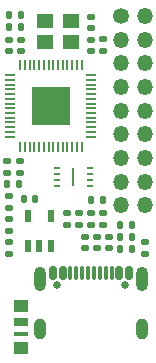
<source format=gbr>
%TF.GenerationSoftware,KiCad,Pcbnew,9.0.0*%
%TF.CreationDate,2025-06-10T15:00:41-04:00*%
%TF.ProjectId,aditBoard,61646974-426f-4617-9264-2e6b69636164,rev?*%
%TF.SameCoordinates,Original*%
%TF.FileFunction,Soldermask,Top*%
%TF.FilePolarity,Negative*%
%FSLAX46Y46*%
G04 Gerber Fmt 4.6, Leading zero omitted, Abs format (unit mm)*
G04 Created by KiCad (PCBNEW 9.0.0) date 2025-06-10 15:00:41*
%MOMM*%
%LPD*%
G01*
G04 APERTURE LIST*
G04 Aperture macros list*
%AMRoundRect*
0 Rectangle with rounded corners*
0 $1 Rounding radius*
0 $2 $3 $4 $5 $6 $7 $8 $9 X,Y pos of 4 corners*
0 Add a 4 corners polygon primitive as box body*
4,1,4,$2,$3,$4,$5,$6,$7,$8,$9,$2,$3,0*
0 Add four circle primitives for the rounded corners*
1,1,$1+$1,$2,$3*
1,1,$1+$1,$4,$5*
1,1,$1+$1,$6,$7*
1,1,$1+$1,$8,$9*
0 Add four rect primitives between the rounded corners*
20,1,$1+$1,$2,$3,$4,$5,0*
20,1,$1+$1,$4,$5,$6,$7,0*
20,1,$1+$1,$6,$7,$8,$9,0*
20,1,$1+$1,$8,$9,$2,$3,0*%
G04 Aperture macros list end*
%ADD10R,1.200000X1.000000*%
%ADD11R,1.200000X0.700000*%
%ADD12R,1.200000X0.450000*%
%ADD13R,0.580000X0.280000*%
%ADD14R,0.200000X1.600000*%
%ADD15R,0.620000X1.100000*%
%ADD16R,1.400000X1.200000*%
%ADD17RoundRect,0.140000X0.170000X-0.140000X0.170000X0.140000X-0.170000X0.140000X-0.170000X-0.140000X0*%
%ADD18RoundRect,0.135000X0.185000X-0.135000X0.185000X0.135000X-0.185000X0.135000X-0.185000X-0.135000X0*%
%ADD19RoundRect,0.140000X-0.140000X-0.170000X0.140000X-0.170000X0.140000X0.170000X-0.140000X0.170000X0*%
%ADD20C,1.350000*%
%ADD21O,1.350000X1.350000*%
%ADD22RoundRect,0.140000X-0.170000X0.140000X-0.170000X-0.140000X0.170000X-0.140000X0.170000X0.140000X0*%
%ADD23RoundRect,0.050000X0.387500X0.050000X-0.387500X0.050000X-0.387500X-0.050000X0.387500X-0.050000X0*%
%ADD24RoundRect,0.050000X0.050000X0.387500X-0.050000X0.387500X-0.050000X-0.387500X0.050000X-0.387500X0*%
%ADD25R,3.200000X3.200000*%
%ADD26RoundRect,0.135000X-0.185000X0.135000X-0.185000X-0.135000X0.185000X-0.135000X0.185000X0.135000X0*%
%ADD27RoundRect,0.135000X-0.135000X-0.185000X0.135000X-0.185000X0.135000X0.185000X-0.135000X0.185000X0*%
%ADD28C,0.650000*%
%ADD29RoundRect,0.150000X-0.150000X-0.425000X0.150000X-0.425000X0.150000X0.425000X-0.150000X0.425000X0*%
%ADD30RoundRect,0.075000X-0.075000X-0.500000X0.075000X-0.500000X0.075000X0.500000X-0.075000X0.500000X0*%
%ADD31O,1.000000X2.100000*%
%ADD32O,1.000000X1.800000*%
%ADD33RoundRect,0.135000X0.135000X0.185000X-0.135000X0.185000X-0.135000X-0.185000X0.135000X-0.185000X0*%
G04 APERTURE END LIST*
D10*
%TO.C,U1*%
X116175000Y-106250000D03*
D11*
X116175000Y-107600000D03*
D12*
X116175000Y-108625000D03*
D10*
X116175000Y-109850000D03*
%TD*%
D13*
%TO.C,U2*%
X121990000Y-96060000D03*
X121990000Y-95560000D03*
X121990000Y-95060000D03*
X121990000Y-94560000D03*
X119150000Y-94560000D03*
X119150000Y-95060000D03*
X119150000Y-95560000D03*
X119150000Y-96060000D03*
D14*
X120570000Y-95310000D03*
%TD*%
D15*
%TO.C,U4*%
X116750200Y-101202050D03*
X117700200Y-101202050D03*
X118650200Y-101202050D03*
X118650200Y-98602050D03*
X116750200Y-98602050D03*
%TD*%
D16*
%TO.C,Y1*%
X118160000Y-83880000D03*
X120360000Y-83880000D03*
X120360000Y-82120000D03*
X118160000Y-82120000D03*
%TD*%
D17*
%TO.C,C13*%
X116030000Y-94960000D03*
X116030000Y-94000000D03*
%TD*%
%TO.C,C11*%
X114990000Y-94970000D03*
X114990000Y-94010000D03*
%TD*%
D18*
%TO.C,R1*%
X122090000Y-99405000D03*
X122090000Y-98385000D03*
%TD*%
D19*
%TO.C,C2*%
X115150000Y-82670000D03*
X116110000Y-82670000D03*
%TD*%
%TO.C,C7*%
X115150000Y-81600000D03*
X116110000Y-81600000D03*
%TD*%
D20*
%TO.C,J2*%
X124635000Y-81725000D03*
D21*
X126635000Y-81725000D03*
X124635000Y-83725000D03*
X126635000Y-83725000D03*
X124635000Y-85725000D03*
X126635000Y-85725000D03*
X124635000Y-87725000D03*
X126635000Y-87725000D03*
X124635000Y-89725000D03*
X126635000Y-89725000D03*
X124635000Y-91725000D03*
X126635000Y-91725000D03*
X124635000Y-93725000D03*
X126635000Y-93725000D03*
X124635000Y-95725000D03*
X126635000Y-95725000D03*
X124635000Y-97725000D03*
X126635000Y-97725000D03*
%TD*%
D22*
%TO.C,C10*%
X116150000Y-83700000D03*
X116150000Y-84660000D03*
%TD*%
D19*
%TO.C,C18*%
X116380000Y-97220000D03*
X117340000Y-97220000D03*
%TD*%
D23*
%TO.C,U3*%
X122107500Y-91917500D03*
X122107500Y-91517500D03*
X122107500Y-91117500D03*
X122107500Y-90717500D03*
X122107500Y-90317500D03*
X122107500Y-89917500D03*
X122107500Y-89517500D03*
X122107500Y-89117500D03*
X122107500Y-88717500D03*
X122107500Y-88317500D03*
X122107500Y-87917500D03*
X122107500Y-87517500D03*
X122107500Y-87117500D03*
X122107500Y-86717500D03*
D24*
X121270000Y-85880000D03*
X120870000Y-85880000D03*
X120470000Y-85880000D03*
X120070000Y-85880000D03*
X119670000Y-85880000D03*
X119270000Y-85880000D03*
X118870000Y-85880000D03*
X118470000Y-85880000D03*
X118070000Y-85880000D03*
X117670000Y-85880000D03*
X117270000Y-85880000D03*
X116870000Y-85880000D03*
X116470000Y-85880000D03*
X116070000Y-85880000D03*
D23*
X115232500Y-86717500D03*
X115232500Y-87117500D03*
X115232500Y-87517500D03*
X115232500Y-87917500D03*
X115232500Y-88317500D03*
X115232500Y-88717500D03*
X115232500Y-89117500D03*
X115232500Y-89517500D03*
X115232500Y-89917500D03*
X115232500Y-90317500D03*
X115232500Y-90717500D03*
X115232500Y-91117500D03*
X115232500Y-91517500D03*
X115232500Y-91917500D03*
D24*
X116070000Y-92755000D03*
X116470000Y-92755000D03*
X116870000Y-92755000D03*
X117270000Y-92755000D03*
X117670000Y-92755000D03*
X118070000Y-92755000D03*
X118470000Y-92755000D03*
X118870000Y-92755000D03*
X119270000Y-92755000D03*
X119670000Y-92755000D03*
X120070000Y-92755000D03*
X120470000Y-92755000D03*
X120870000Y-92755000D03*
X121270000Y-92755000D03*
D25*
X118670000Y-89317500D03*
%TD*%
D22*
%TO.C,C14*%
X115090000Y-83700000D03*
X115090000Y-84660000D03*
%TD*%
D17*
%TO.C,C6*%
X121575000Y-101350000D03*
X121575000Y-100390000D03*
%TD*%
D26*
%TO.C,R7*%
X123125000Y-84700000D03*
X123125000Y-83680000D03*
%TD*%
D22*
%TO.C,C12*%
X122050000Y-83740000D03*
X122050000Y-84700000D03*
%TD*%
D17*
%TO.C,C5*%
X122570000Y-101350000D03*
X122570000Y-100390000D03*
%TD*%
%TO.C,C17*%
X115090000Y-99875000D03*
X115090000Y-98915000D03*
%TD*%
D26*
%TO.C,R4*%
X115090000Y-100830000D03*
X115090000Y-101850000D03*
%TD*%
%TO.C,R5*%
X126660000Y-100830000D03*
X126660000Y-101850000D03*
%TD*%
D17*
%TO.C,C16*%
X123570000Y-101350000D03*
X123570000Y-100390000D03*
%TD*%
D18*
%TO.C,R3*%
X120060000Y-99400000D03*
X120060000Y-98380000D03*
%TD*%
D22*
%TO.C,C4*%
X122050000Y-81750000D03*
X122050000Y-82710000D03*
%TD*%
D18*
%TO.C,R2*%
X121080000Y-99400000D03*
X121080000Y-98380000D03*
%TD*%
D27*
%TO.C,R27*%
X124560000Y-99370000D03*
X125580000Y-99370000D03*
%TD*%
%TO.C,R29*%
X124560000Y-101410000D03*
X125580000Y-101410000D03*
%TD*%
D22*
%TO.C,C15*%
X123090000Y-98415000D03*
X123090000Y-99375000D03*
%TD*%
D28*
%TO.C,J1*%
X119185000Y-104500000D03*
X124965000Y-104500000D03*
D29*
X118875000Y-103425000D03*
X119675000Y-103425000D03*
D30*
X120825000Y-103425000D03*
X121825000Y-103425000D03*
X122325000Y-103425000D03*
X123325000Y-103425000D03*
D29*
X125275000Y-103425000D03*
X124475000Y-103425000D03*
D30*
X123825000Y-103425000D03*
X122825000Y-103425000D03*
X121325000Y-103425000D03*
X120325000Y-103425000D03*
D31*
X117755000Y-104000000D03*
D32*
X117755000Y-108180000D03*
D31*
X126395000Y-104000000D03*
D32*
X126395000Y-108180000D03*
%TD*%
D22*
%TO.C,C9*%
X115090000Y-96970000D03*
X115090000Y-97930000D03*
%TD*%
D33*
%TO.C,R25*%
X125580000Y-100390000D03*
X124560000Y-100390000D03*
%TD*%
D19*
%TO.C,C8*%
X114990000Y-95960000D03*
X115950000Y-95960000D03*
%TD*%
D27*
%TO.C,R6*%
X122055000Y-97250000D03*
X123075000Y-97250000D03*
%TD*%
M02*

</source>
